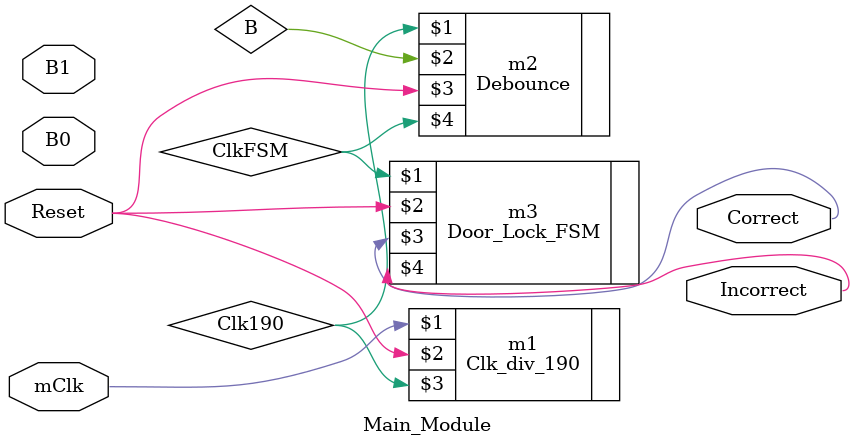
<source format=v>
`timescale 1ns / 1ps


module Main_Module(
    input mClk,
    input Reset,
    input B0,
    input B1,
    output Correct,
    output Incorrect
    );
    
    wire Clk190;
    wire ClkFSM;
    
    Clk_div_190 m1(mClk, Reset, Clk190);
    
    Debounce m2(Clk190, B, Reset, ClkFSM);
    
    Door_Lock_FSM m3(ClkFSM, Reset, Correct, Incorrect);
    
    

endmodule

</source>
